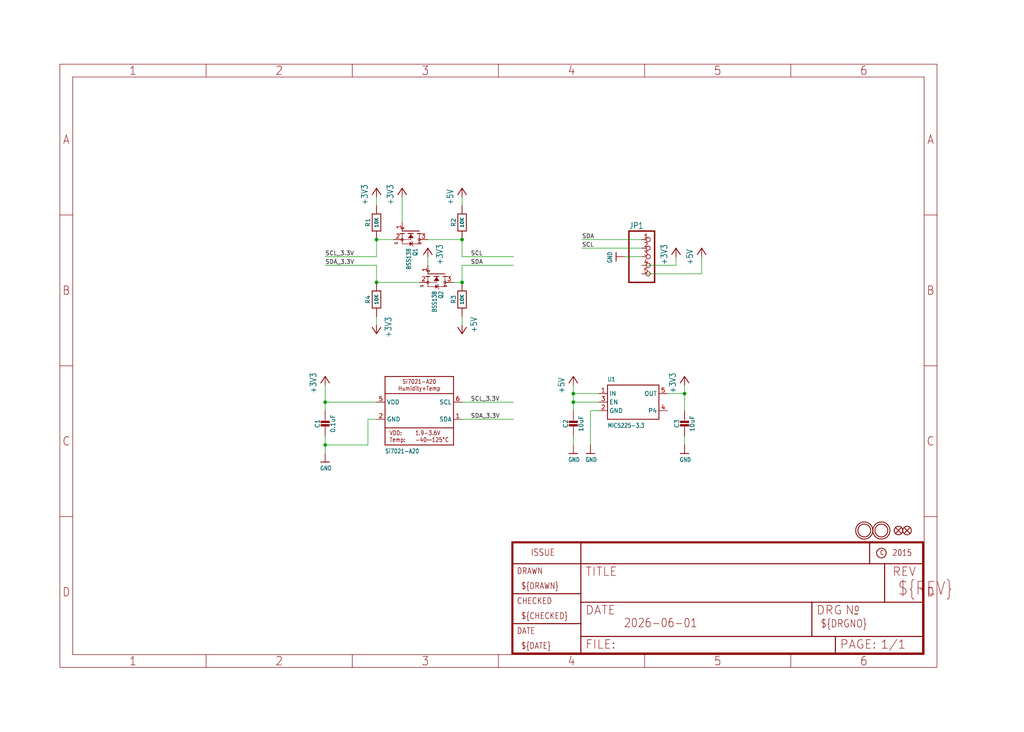
<source format=kicad_sch>
(kicad_sch (version 20230121) (generator eeschema)
  (paper "User" 303.962 217.322)
  (lib_symbols
    (symbol "working-eagle-import:+3V3" (power)
      (property "Value" "+3V3" (at -2.54 -5.08 90))
      (symbol "+3V3_1_0"
        (polyline (pts (xy 0 0) (xy -1.27 -1.905)) (stroke (width 0.254)))
        (polyline (pts (xy 1.27 -1.905) (xy 0 0)) (stroke (width 0.254)))
        (pin power_in line (at 0 -2.54 90) (length 2.54) (name "+3V3") (number "1"))
      )
    )
    (symbol "working-eagle-import:+5V" (power)
      (property "Value" "+5V" (at -2.54 -5.08 90))
      (symbol "+5V_1_0"
        (polyline (pts (xy 0 0) (xy -1.27 -1.905)) (stroke (width 0.254)))
        (polyline (pts (xy 1.27 -1.905) (xy 0 0)) (stroke (width 0.254)))
        (pin power_in line (at 0 -2.54 90) (length 2.54) (name "+5V") (number "1"))
      )
    )
    (symbol "working-eagle-import:CAP_CERAMIC0805-NOOUTLINE"
      (property "Reference" "C" (at -2.29 1.25 90))
      (symbol "CAP_CERAMIC0805-NOOUTLINE_1_0"
        (rectangle (start -1.27 0.508) (end 1.27 1.016) (fill (type outline)))
        (rectangle (start -1.27 1.524) (end 1.27 2.032) (fill (type outline)))
        (polyline (pts (xy 0 0.762) (xy 0 0)) (stroke (width 0.1524)))
        (polyline (pts (xy 0 2.54) (xy 0 1.778)) (stroke (width 0.1524)))
        (pin passive line (at 0 5.08 270) (length 2.54) (name "1") (number "1"))
        (pin passive line (at 0 -2.54 90) (length 2.54) (name "2") (number "2"))
      )
    )
    (symbol "working-eagle-import:FIDUCIAL{dblquote}{dblquote}"
      (symbol "FIDUCIAL{dblquote}{dblquote}_1_0"
        (polyline (pts (xy -0.762 0.762) (xy 0.762 -0.762)) (stroke (width 0.254)))
        (polyline (pts (xy 0.762 0.762) (xy -0.762 -0.762)) (stroke (width 0.254)))
        (circle (center 0 0) (radius 1.27) (stroke (width 0.254)))
      )
    )
    (symbol "working-eagle-import:FRAME_A4"
      (symbol "FRAME_A4_1_0"
        (polyline (pts (xy 0 44.7675) (xy 3.81 44.7675)))
        (polyline (pts (xy 0 89.535) (xy 3.81 89.535)))
        (polyline (pts (xy 0 134.3025) (xy 3.81 134.3025)))
        (polyline (pts (xy 3.81 3.81) (xy 3.81 175.26)))
        (polyline (pts (xy 43.3917 0) (xy 43.3917 3.81)))
        (polyline (pts (xy 43.3917 175.26) (xy 43.3917 179.07)))
        (polyline (pts (xy 86.7833 0) (xy 86.7833 3.81)))
        (polyline (pts (xy 86.7833 175.26) (xy 86.7833 179.07)))
        (polyline (pts (xy 130.175 0) (xy 130.175 3.81)))
        (polyline (pts (xy 130.175 175.26) (xy 130.175 179.07)))
        (polyline (pts (xy 173.5667 0) (xy 173.5667 3.81)))
        (polyline (pts (xy 173.5667 175.26) (xy 173.5667 179.07)))
        (polyline (pts (xy 216.9583 0) (xy 216.9583 3.81)))
        (polyline (pts (xy 216.9583 175.26) (xy 216.9583 179.07)))
        (polyline (pts (xy 256.54 3.81) (xy 3.81 3.81)))
        (polyline (pts (xy 256.54 3.81) (xy 256.54 8.89)) (stroke (width 0.1016)))
        (polyline (pts (xy 256.54 3.81) (xy 256.54 175.26)))
        (polyline (pts (xy 256.54 8.89) (xy 256.54 13.97)) (stroke (width 0.1016)))
        (polyline (pts (xy 256.54 13.97) (xy 256.54 19.05)) (stroke (width 0.1016)))
        (polyline (pts (xy 256.54 19.05) (xy 256.54 36.83)) (stroke (width 0.1016)))
        (polyline (pts (xy 256.54 44.7675) (xy 260.35 44.7675)))
        (polyline (pts (xy 256.54 89.535) (xy 260.35 89.535)))
        (polyline (pts (xy 256.54 134.3025) (xy 260.35 134.3025)))
        (polyline (pts (xy 256.54 175.26) (xy 3.81 175.26)))
        (polyline (pts (xy 0 0) (xy 260.35 0) (xy 260.35 179.07) (xy 0 179.07) (xy 0 0)))
        (text "1" (at 21.6958 1.905 0) (effects (font (size 2.54 2.286))))
        (text "1" (at 21.6958 177.165 0) (effects (font (size 2.54 2.286))))
        (text "2" (at 65.0875 1.905 0) (effects (font (size 2.54 2.286))))
        (text "2" (at 65.0875 177.165 0) (effects (font (size 2.54 2.286))))
        (text "3" (at 108.4792 1.905 0) (effects (font (size 2.54 2.286))))
        (text "3" (at 108.4792 177.165 0) (effects (font (size 2.54 2.286))))
        (text "4" (at 151.8708 1.905 0) (effects (font (size 2.54 2.286))))
        (text "4" (at 151.8708 177.165 0) (effects (font (size 2.54 2.286))))
        (text "5" (at 195.2625 1.905 0) (effects (font (size 2.54 2.286))))
        (text "5" (at 195.2625 177.165 0) (effects (font (size 2.54 2.286))))
        (text "6" (at 238.6542 1.905 0) (effects (font (size 2.54 2.286))))
        (text "6" (at 238.6542 177.165 0) (effects (font (size 2.54 2.286))))
        (text "A" (at 1.905 156.6863 0) (effects (font (size 2.54 2.286))))
        (text "A" (at 258.445 156.6863 0) (effects (font (size 2.54 2.286))))
        (text "B" (at 1.905 111.9188 0) (effects (font (size 2.54 2.286))))
        (text "B" (at 258.445 111.9188 0) (effects (font (size 2.54 2.286))))
        (text "C" (at 1.905 67.1513 0) (effects (font (size 2.54 2.286))))
        (text "C" (at 258.445 67.1513 0) (effects (font (size 2.54 2.286))))
        (text "D" (at 1.905 22.3838 0) (effects (font (size 2.54 2.286))))
        (text "D" (at 258.445 22.3838 0) (effects (font (size 2.54 2.286))))
      )
      (symbol "FRAME_A4_2_0"
        (polyline (pts (xy -0.3048 1.5748) (xy 20.0152 1.5748)) (stroke (width 0.6096)))
        (polyline (pts (xy -0.3048 10.4648) (xy -0.3048 1.5748)) (stroke (width 0.6096)))
        (polyline (pts (xy -0.3048 10.4648) (xy 20.0152 10.4648)) (stroke (width 0.3048)))
        (polyline (pts (xy -0.3048 19.3548) (xy -0.3048 10.4648)) (stroke (width 0.6096)))
        (polyline (pts (xy -0.3048 19.3548) (xy 20.0152 19.3548)) (stroke (width 0.3048)))
        (polyline (pts (xy -0.3048 28.2448) (xy -0.3048 19.3548)) (stroke (width 0.6096)))
        (polyline (pts (xy -0.3048 28.2448) (xy 20.0152 28.2448)) (stroke (width 0.3048)))
        (polyline (pts (xy -0.3048 34.5948) (xy -0.3048 28.2448)) (stroke (width 0.6096)))
        (polyline (pts (xy 20.0152 1.5748) (xy 20.0152 6.6548)) (stroke (width 0.3048)))
        (polyline (pts (xy 20.0152 1.5748) (xy 95.5802 1.5748)) (stroke (width 0.6096)))
        (polyline (pts (xy 20.0152 6.6548) (xy 20.0152 10.4648)) (stroke (width 0.3048)))
        (polyline (pts (xy 20.0152 6.6548) (xy 88.5952 6.6548)) (stroke (width 0.3048)))
        (polyline (pts (xy 20.0152 10.4648) (xy 20.0152 16.8148)) (stroke (width 0.3048)))
        (polyline (pts (xy 20.0152 16.8148) (xy 20.0152 19.3548)) (stroke (width 0.3048)))
        (polyline (pts (xy 20.0152 19.3548) (xy 20.0152 28.2448)) (stroke (width 0.3048)))
        (polyline (pts (xy 20.0152 28.2448) (xy 20.0152 34.5948)) (stroke (width 0.3048)))
        (polyline (pts (xy 20.0152 28.2448) (xy 105.7402 28.2448)) (stroke (width 0.3048)))
        (polyline (pts (xy 20.0152 34.5948) (xy -0.3048 34.5948)) (stroke (width 0.6096)))
        (polyline (pts (xy 88.5952 6.6548) (xy 95.5802 6.6548)) (stroke (width 0.3048)))
        (polyline (pts (xy 88.5952 16.8148) (xy 20.0152 16.8148)) (stroke (width 0.3048)))
        (polyline (pts (xy 88.5952 16.8148) (xy 88.5952 6.6548)) (stroke (width 0.3048)))
        (polyline (pts (xy 95.5802 1.5748) (xy 121.6152 1.5748)) (stroke (width 0.6096)))
        (polyline (pts (xy 95.5802 6.6548) (xy 95.5802 1.5748)) (stroke (width 0.3048)))
        (polyline (pts (xy 95.5802 6.6548) (xy 121.6152 6.6548)) (stroke (width 0.3048)))
        (polyline (pts (xy 101.2952 13.3223) (xy 102.2477 13.3223)) (stroke (width 0.254)))
        (polyline (pts (xy 105.7402 28.2448) (xy 105.7402 34.5948)) (stroke (width 0.3048)))
        (polyline (pts (xy 105.7402 28.2448) (xy 110.1852 28.2448)) (stroke (width 0.3048)))
        (polyline (pts (xy 105.7402 34.5948) (xy 20.0152 34.5948)) (stroke (width 0.6096)))
        (polyline (pts (xy 110.1852 16.8148) (xy 88.5952 16.8148)) (stroke (width 0.3048)))
        (polyline (pts (xy 110.1852 28.2448) (xy 110.1852 16.8148)) (stroke (width 0.3048)))
        (polyline (pts (xy 110.1852 28.2448) (xy 121.6152 28.2448)) (stroke (width 0.3048)))
        (polyline (pts (xy 121.6152 6.6548) (xy 121.6152 1.5748)) (stroke (width 0.6096)))
        (polyline (pts (xy 121.6152 16.8148) (xy 110.1852 16.8148)) (stroke (width 0.3048)))
        (polyline (pts (xy 121.6152 16.8148) (xy 121.6152 6.6548)) (stroke (width 0.6096)))
        (polyline (pts (xy 121.6152 28.2448) (xy 121.6152 16.8148)) (stroke (width 0.6096)))
        (polyline (pts (xy 121.6152 34.5948) (xy 105.7402 34.5948)) (stroke (width 0.6096)))
        (polyline (pts (xy 121.6152 34.5948) (xy 121.6152 28.2448)) (stroke (width 0.6096)))
        (circle (center 109.2327 31.4198) (radius 1.4199) (stroke (width 0.254)))
        (text "${#}/${##}" (at 108.9152 2.8448 0) (effects (font (size 2.54 2.54)) (justify left bottom)))
        (text "${CHECKED}" (at 2.2352 11.7348 0) (effects (font (size 1.778 1.5113)) (justify left bottom)))
        (text "${COMPANY}" (at 23.349 29.6735 0) (effects (font (size 3.175 2.6987) (thickness 0.5397) bold) (justify left bottom)))
        (text "${CURRENT_DATE}" (at 32.7152 9.1948 0) (effects (font (size 2.54 2.159)) (justify left bottom)))
        (text "${DATE}" (at 2.2352 2.8448 0) (effects (font (size 1.778 1.5113)) (justify left bottom)))
        (text "${DRAWN}" (at 2.2352 20.6248 0) (effects (font (size 1.778 1.5113)) (justify left bottom)))
        (text "${DRGNO}" (at 91.1352 9.1948 0) (effects (font (size 2.1844 1.8567)) (justify left bottom)))
        (text "${PROJECTNAME}" (at 33.0327 2.8448 0) (effects (font (size 2.54 2.159)) (justify left bottom)))
        (text "${REV}" (at 113.9952 18.7198 0) (effects (font (size 3.81 3.2385)) (justify left bottom)))
        (text "2015" (at 112.4077 30.4673 0) (effects (font (size 1.778 1.5113)) (justify left bottom)))
        (text "C" (at 108.7564 30.7848 0) (effects (font (size 1.27 1.0795)) (justify left bottom)))
        (text "CHECKED" (at 0.9652 16.1798 0) (effects (font (size 1.778 1.5113)) (justify left bottom)))
        (text "DATE" (at 0.9652 7.2898 0) (effects (font (size 1.778 1.5113)) (justify left bottom)))
        (text "DATE" (at 21.2852 13.0048 0) (effects (font (size 2.54 2.54)) (justify left bottom)))
        (text "DRAWN" (at 0.9652 25.0698 0) (effects (font (size 1.778 1.5113)) (justify left bottom)))
        (text "DRG" (at 89.8652 13.0048 0) (effects (font (size 2.54 2.54)) (justify left bottom)))
        (text "FILE:" (at 21.2852 2.8448 0) (effects (font (size 2.54 2.54)) (justify left bottom)))
        (text "ISSUE" (at 5.0927 30.4673 0) (effects (font (size 1.9304 1.6408)) (justify left bottom)))
        (text "N" (at 98.4377 13.0048 0) (effects (font (size 2.54 2.54)) (justify left bottom)))
        (text "o" (at 100.9777 13.9573 0) (effects (font (size 2.1844 1.8567)) (justify left bottom)))
        (text "PAGE:" (at 96.8502 2.8448 0) (effects (font (size 2.54 2.54)) (justify left bottom)))
        (text "REV" (at 112.4077 24.4348 0) (effects (font (size 2.54 2.54)) (justify left bottom)))
        (text "TITLE" (at 21.2852 24.4348 0) (effects (font (size 2.54 2.54)) (justify left bottom)))
      )
    )
    (symbol "working-eagle-import:GND" (power)
      (property "Value" "GND" (at -1.524 -2.54 0))
      (symbol "GND_1_0"
        (polyline (pts (xy -1.27 0) (xy 1.27 0)) (stroke (width 0.254)))
        (pin power_in line (at 0 2.54 270) (length 2.54) (name "GND") (number "1"))
      )
    )
    (symbol "working-eagle-import:HEADER-1X570MIL"
      (property "Reference" "JP" (at -6.35 8.255 0))
      (symbol "HEADER-1X570MIL_1_0"
        (polyline (pts (xy -6.35 -7.62) (xy 1.27 -7.62)) (stroke (width 0.4064)))
        (polyline (pts (xy -6.35 7.62) (xy -6.35 -7.62)) (stroke (width 0.4064)))
        (polyline (pts (xy 1.27 -7.62) (xy 1.27 7.62)) (stroke (width 0.4064)))
        (polyline (pts (xy 1.27 7.62) (xy -6.35 7.62)) (stroke (width 0.4064)))
        (pin passive inverted (at -2.54 5.08 0) (length 2.54) (name "1") (number "1"))
        (pin passive inverted (at -2.54 2.54 0) (length 2.54) (name "2") (number "2"))
        (pin passive inverted (at -2.54 0 0) (length 2.54) (name "3") (number "3"))
        (pin passive inverted (at -2.54 -2.54 0) (length 2.54) (name "4") (number "4"))
        (pin passive inverted (at -2.54 -5.08 0) (length 2.54) (name "5") (number "5"))
      )
    )
    (symbol "working-eagle-import:MOSFET-NWIDE"
      (property "Reference" "Q" (at 5.08 0.635 0))
      (symbol "MOSFET-NWIDE_1_0"
        (polyline (pts (xy 0 2.54) (xy 0 -2.54)) (stroke (width 0.254)))
        (polyline (pts (xy 0.762 -2.54) (xy 0.762 -3.175)) (stroke (width 0.254)))
        (polyline (pts (xy 0.762 -1.905) (xy 0.762 -2.54)) (stroke (width 0.254)))
        (polyline (pts (xy 0.762 0) (xy 0.762 -0.762)) (stroke (width 0.254)))
        (polyline (pts (xy 0.762 0) (xy 2.54 0)) (stroke (width 0.1524)))
        (polyline (pts (xy 0.762 0.762) (xy 0.762 0)) (stroke (width 0.254)))
        (polyline (pts (xy 0.762 2.54) (xy 0.762 1.905)) (stroke (width 0.254)))
        (polyline (pts (xy 0.762 2.54) (xy 3.81 2.54)) (stroke (width 0.1524)))
        (polyline (pts (xy 0.762 3.175) (xy 0.762 2.54)) (stroke (width 0.254)))
        (polyline (pts (xy 2.54 -2.54) (xy 0.762 -2.54)) (stroke (width 0.1524)))
        (polyline (pts (xy 2.54 -2.54) (xy 3.81 -2.54)) (stroke (width 0.1524)))
        (polyline (pts (xy 2.54 0) (xy 2.54 -2.54)) (stroke (width 0.1524)))
        (polyline (pts (xy 3.302 0.508) (xy 3.048 0.254)) (stroke (width 0.1524)))
        (polyline (pts (xy 3.81 0.508) (xy 3.302 0.508)) (stroke (width 0.1524)))
        (polyline (pts (xy 3.81 0.508) (xy 3.81 -2.54)) (stroke (width 0.1524)))
        (polyline (pts (xy 3.81 2.54) (xy 3.81 0.508)) (stroke (width 0.1524)))
        (polyline (pts (xy 4.318 0.508) (xy 3.81 0.508)) (stroke (width 0.1524)))
        (polyline (pts (xy 4.572 0.762) (xy 4.318 0.508)) (stroke (width 0.1524)))
        (polyline (pts (xy 1.016 0) (xy 2.032 0.762) (xy 2.032 -0.762)) (stroke (width 0.1524)) (fill (type outline)))
        (polyline (pts (xy 3.81 0.508) (xy 3.302 -0.254) (xy 4.318 -0.254)) (stroke (width 0.1524)) (fill (type outline)))
        (circle (center 2.54 -2.54) (radius 0.3592))
        (circle (center 2.54 2.54) (radius 0.3592))
        (text "D" (at 3.175 3.175 0) (effects (font (size 0.8128 0.6908)) (justify left bottom)))
        (text "G" (at -1.27 -1.905 0) (effects (font (size 0.8128 0.6908)) (justify left bottom)))
        (text "S" (at 3.175 -3.81 0) (effects (font (size 0.8128 0.6908)) (justify left bottom)))
        (pin bidirectional line (at -2.54 -2.54 0) (length 2.54) (name "G") (number "1"))
        (pin bidirectional line (at 2.54 -5.08 90) (length 2.54) (name "S") (number "2"))
        (pin bidirectional line (at 2.54 5.08 270) (length 2.54) (name "D") (number "3"))
      )
    )
    (symbol "working-eagle-import:MOUNTINGHOLE2.5"
      (symbol "MOUNTINGHOLE2.5_1_0"
        (circle (center 0 0) (radius 1.905) (stroke (width 0.254)))
        (circle (center 0 0) (radius 2.54) (stroke (width 0.254)))
      )
    )
    (symbol "working-eagle-import:RESISTOR0805_NOOUTLINE"
      (property "Reference" "R" (at 0 2.54 0))
      (symbol "RESISTOR0805_NOOUTLINE_1_0"
        (polyline (pts (xy -2.54 -1.27) (xy -2.54 1.27)) (stroke (width 0.254)))
        (polyline (pts (xy -2.54 1.27) (xy 2.54 1.27)) (stroke (width 0.254)))
        (polyline (pts (xy 2.54 -1.27) (xy -2.54 -1.27)) (stroke (width 0.254)))
        (polyline (pts (xy 2.54 1.27) (xy 2.54 -1.27)) (stroke (width 0.254)))
        (pin passive line (at -5.08 0 0) (length 2.54) (name "1") (number "1"))
        (pin passive line (at 5.08 0 180) (length 2.54) (name "2") (number "2"))
      )
    )
    (symbol "working-eagle-import:SI7021-A20"
      (symbol "SI7021-A20_1_0"
        (polyline (pts (xy -10.16 -10.16) (xy 10.16 -10.16)) (stroke (width 0.254)))
        (polyline (pts (xy -10.16 -5.08) (xy -10.16 -10.16)) (stroke (width 0.254)))
        (polyline (pts (xy -10.16 -5.08) (xy -10.16 5.08)) (stroke (width 0.254)))
        (polyline (pts (xy -10.16 5.08) (xy -10.16 10.16)) (stroke (width 0.254)))
        (polyline (pts (xy -10.16 5.08) (xy 10.16 5.08)) (stroke (width 0.254)))
        (polyline (pts (xy -10.16 10.16) (xy 10.16 10.16)) (stroke (width 0.254)))
        (polyline (pts (xy 10.16 -10.16) (xy 10.16 -5.08)) (stroke (width 0.254)))
        (polyline (pts (xy 10.16 -5.08) (xy -10.16 -5.08)) (stroke (width 0.254)))
        (polyline (pts (xy 10.16 5.08) (xy 10.16 -5.08)) (stroke (width 0.254)))
        (polyline (pts (xy 10.16 10.16) (xy 10.16 5.08)) (stroke (width 0.254)))
        (text "1.9-3.6V\n-40~~125°C" (at -1.27 -7.62 0) (effects (font (size 1.27 1.0795)) (justify left)))
        (text "Si7021-A20\nHumidity+Temp" (at 0 7.62 0) (effects (font (size 1.27 1.0795))))
        (text "VDD:\nTemp:" (at -8.89 -7.62 0) (effects (font (size 1.27 1.0795)) (justify left)))
        (pin open_collector line (at 12.7 -2.54 180) (length 2.54) (name "SDA") (number "1"))
        (pin power_in line (at -12.7 -2.54 0) (length 2.54) (name "GND") (number "2"))
        (pin power_in line (at -12.7 2.54 0) (length 2.54) (name "VDD") (number "5"))
        (pin open_collector line (at 12.7 2.54 180) (length 2.54) (name "SCL") (number "6"))
      )
    )
    (symbol "working-eagle-import:VREG_SOT23-5"
      (property "Reference" "U" (at -7.62 6.096 0))
      (symbol "VREG_SOT23-5_1_0"
        (polyline (pts (xy -7.62 -5.08) (xy -7.62 5.08)) (stroke (width 0.254)))
        (polyline (pts (xy -7.62 5.08) (xy 7.62 5.08)) (stroke (width 0.254)))
        (polyline (pts (xy 7.62 -5.08) (xy -7.62 -5.08)) (stroke (width 0.254)))
        (polyline (pts (xy 7.62 5.08) (xy 7.62 -5.08)) (stroke (width 0.254)))
        (pin power_in line (at -10.16 2.54 0) (length 2.54) (name "IN") (number "1"))
        (pin power_in line (at -10.16 -2.54 0) (length 2.54) (name "GND") (number "2"))
        (pin input line (at -10.16 0 0) (length 2.54) (name "EN") (number "3"))
        (pin bidirectional line (at 10.16 -2.54 180) (length 2.54) (name "P4") (number "4"))
        (pin power_in line (at 10.16 2.54 180) (length 2.54) (name "OUT") (number "5"))
      )
    )
  )
  (junction (at 170.18 119.38))
  (junction (at 111.76 71.12))
  (junction (at 111.76 83.82))
  (junction (at 203.2 116.84))
  (junction (at 170.18 116.84))
  (junction (at 137.16 71.12))
  (junction (at 96.52 132.08))
  (junction (at 96.52 119.38))
  (junction (at 137.16 83.82))
  (wire (pts (xy 96.52 129.54) (xy 96.52 132.08)) (stroke (width 0.1524)))
  (wire (pts (xy 200.66 78.74) (xy 200.66 76.2)) (stroke (width 0.1524)))
  (wire (pts (xy 177.8 119.38) (xy 170.18 119.38)) (stroke (width 0.1524)))
  (wire (pts (xy 198.12 116.84) (xy 203.2 116.84)) (stroke (width 0.1524)))
  (wire (pts (xy 137.16 96.52) (xy 137.16 93.98)) (stroke (width 0.1524)))
  (wire (pts (xy 190.5 73.66) (xy 172.72 73.66)) (stroke (width 0.1524)))
  (wire (pts (xy 170.18 119.38) (xy 170.18 116.84)) (stroke (width 0.1524)))
  (wire (pts (xy 137.16 83.82) (xy 137.16 78.74)) (stroke (width 0.1524)))
  (wire (pts (xy 208.28 81.28) (xy 208.28 76.2)) (stroke (width 0.1524)))
  (wire (pts (xy 109.22 124.46) (xy 111.76 124.46)) (stroke (width 0.1524)))
  (wire (pts (xy 177.8 121.92) (xy 175.26 121.92)) (stroke (width 0.1524)))
  (wire (pts (xy 177.8 116.84) (xy 170.18 116.84)) (stroke (width 0.1524)))
  (wire (pts (xy 96.52 119.38) (xy 111.76 119.38)) (stroke (width 0.1524)))
  (wire (pts (xy 170.18 129.54) (xy 170.18 132.08)) (stroke (width 0.1524)))
  (wire (pts (xy 111.76 76.2) (xy 111.76 71.12)) (stroke (width 0.1524)))
  (wire (pts (xy 119.38 66.04) (xy 119.38 58.42)) (stroke (width 0.1524)))
  (wire (pts (xy 127 76.2) (xy 127 78.74)) (stroke (width 0.1524)))
  (wire (pts (xy 203.2 121.92) (xy 203.2 116.84)) (stroke (width 0.1524)))
  (wire (pts (xy 152.4 119.38) (xy 137.16 119.38)) (stroke (width 0.1524)))
  (wire (pts (xy 175.26 121.92) (xy 175.26 132.08)) (stroke (width 0.1524)))
  (wire (pts (xy 137.16 124.46) (xy 152.4 124.46)) (stroke (width 0.1524)))
  (wire (pts (xy 127 71.12) (xy 137.16 71.12)) (stroke (width 0.1524)))
  (wire (pts (xy 203.2 129.54) (xy 203.2 132.08)) (stroke (width 0.1524)))
  (wire (pts (xy 170.18 116.84) (xy 170.18 114.3)) (stroke (width 0.1524)))
  (wire (pts (xy 137.16 83.82) (xy 134.62 83.82)) (stroke (width 0.1524)))
  (wire (pts (xy 137.16 58.42) (xy 137.16 60.96)) (stroke (width 0.1524)))
  (wire (pts (xy 203.2 116.84) (xy 203.2 114.3)) (stroke (width 0.1524)))
  (wire (pts (xy 190.5 81.28) (xy 208.28 81.28)) (stroke (width 0.1524)))
  (wire (pts (xy 137.16 78.74) (xy 152.4 78.74)) (stroke (width 0.1524)))
  (wire (pts (xy 109.22 132.08) (xy 109.22 124.46)) (stroke (width 0.1524)))
  (wire (pts (xy 96.52 78.74) (xy 111.76 78.74)) (stroke (width 0.1524)))
  (wire (pts (xy 172.72 71.12) (xy 190.5 71.12)) (stroke (width 0.1524)))
  (wire (pts (xy 111.76 76.2) (xy 96.52 76.2)) (stroke (width 0.1524)))
  (wire (pts (xy 96.52 114.3) (xy 96.52 119.38)) (stroke (width 0.1524)))
  (wire (pts (xy 190.5 76.2) (xy 185.42 76.2)) (stroke (width 0.1524)))
  (wire (pts (xy 170.18 119.38) (xy 170.18 121.92)) (stroke (width 0.1524)))
  (wire (pts (xy 111.76 71.12) (xy 116.84 71.12)) (stroke (width 0.1524)))
  (wire (pts (xy 111.76 96.52) (xy 111.76 93.98)) (stroke (width 0.1524)))
  (wire (pts (xy 96.52 132.08) (xy 109.22 132.08)) (stroke (width 0.1524)))
  (wire (pts (xy 190.5 78.74) (xy 200.66 78.74)) (stroke (width 0.1524)))
  (wire (pts (xy 111.76 58.42) (xy 111.76 60.96)) (stroke (width 0.1524)))
  (wire (pts (xy 96.52 121.92) (xy 96.52 119.38)) (stroke (width 0.1524)))
  (wire (pts (xy 96.52 132.08) (xy 96.52 134.62)) (stroke (width 0.1524)))
  (wire (pts (xy 137.16 76.2) (xy 152.4 76.2)) (stroke (width 0.1524)))
  (wire (pts (xy 124.46 83.82) (xy 111.76 83.82)) (stroke (width 0.1524)))
  (wire (pts (xy 111.76 83.82) (xy 111.76 78.74)) (stroke (width 0.1524)))
  (wire (pts (xy 137.16 71.12) (xy 137.16 76.2)) (stroke (width 0.1524)))
  (label "SDA" (at 139.7 78.74 0) (effects (font (size 1.2446 1.2446))))
  (label "SDA_3.3V" (at 139.7 124.46 0) (effects (font (size 1.2446 1.2446))))
  (label "SCL" (at 139.7 76.2 0) (effects (font (size 1.2446 1.2446))))
  (label "SCL" (at 172.72 73.66 0) (effects (font (size 1.2446 1.2446))))
  (label "SCL_3.3V" (at 139.7 119.38 0) (effects (font (size 1.2446 1.2446))))
  (label "SDA" (at 172.72 71.12 0) (effects (font (size 1.2446 1.2446))))
  (label "SDA_3.3V" (at 96.52 78.74 0) (effects (font (size 1.2446 1.2446))))
  (label "SCL_3.3V" (at 96.52 76.2 0) (effects (font (size 1.2446 1.2446))))
  (symbol (lib_id "working-eagle-import:FRAME_A4") (at 152.4 195.58 0) (unit 2)
    (property "Reference" "#FRAME1" (effects hide))
    (property "Value" "FRAME_A4" (effects hide))
  )
  (symbol (lib_id "working-eagle-import:+5V") (at 137.16 55.88 0) (unit 1)
    (property "Reference" "#P+1" (effects hide))
    (property "Value" "+5V" (at 134.62 60.96 90) (effects (font (size 1.778 1.5113)) (justify left bottom)))
  )
  (symbol (lib_id "working-eagle-import:FIDUCIAL{dblquote}{dblquote}") (at 269.24 157.48 0) (unit 1)
    (property "Reference" "FID1" (effects hide))
    (property "Value" "FIDUCIAL{dblquote}{dblquote}" (effects hide))
    (property "Footprint" "working:FIDUCIAL_1MM" (effects hide))
  )
  (symbol (lib_id "working-eagle-import:FIDUCIAL{dblquote}{dblquote}") (at 266.7 157.48 0) (unit 1)
    (property "Reference" "FID2" (effects hide))
    (property "Value" "FIDUCIAL{dblquote}{dblquote}" (effects hide))
    (property "Footprint" "working:FIDUCIAL_1MM" (effects hide))
  )
  (symbol (lib_id "working-eagle-import:+3V3") (at 200.66 73.66 0) (unit 1)
    (property "Reference" "#+3V7" (effects hide))
    (property "Value" "+3V3" (at 198.12 78.74 90) (effects (font (size 1.778 1.5113)) (justify left bottom)))
  )
  (symbol (lib_id "working-eagle-import:MOSFET-NWIDE") (at 129.54 81.28 270) (unit 1)
    (property "Reference" "Q2" (at 130.175 86.36 0) (effects (font (size 1.27 1.0795)) (justify left bottom)))
    (property "Value" "BSS138" (at 128.27 86.36 0) (effects (font (size 1.27 1.0795)) (justify left bottom)))
    (property "Footprint" "working:SOT23-WIDE" (effects hide))
  )
  (symbol (lib_id "working-eagle-import:+3V3") (at 127 73.66 0) (mirror y) (unit 1)
    (property "Reference" "#+3V3" (effects hide))
    (property "Value" "+3V3" (at 129.54 78.74 90) (effects (font (size 1.778 1.5113)) (justify left bottom)))
  )
  (symbol (lib_id "working-eagle-import:+3V3") (at 111.76 55.88 0) (unit 1)
    (property "Reference" "#+3V4" (effects hide))
    (property "Value" "+3V3" (at 109.22 60.96 90) (effects (font (size 1.778 1.5113)) (justify left bottom)))
  )
  (symbol (lib_id "working-eagle-import:+3V3") (at 203.2 111.76 0) (unit 1)
    (property "Reference" "#+3V6" (effects hide))
    (property "Value" "+3V3" (at 200.66 116.84 90) (effects (font (size 1.778 1.5113)) (justify left bottom)))
  )
  (symbol (lib_id "working-eagle-import:VREG_SOT23-5") (at 187.96 119.38 0) (unit 1)
    (property "Reference" "U1" (at 180.34 113.284 0) (effects (font (size 1.27 1.0795)) (justify left bottom)))
    (property "Value" "MIC5225-3.3" (at 180.34 127 0) (effects (font (size 1.27 1.0795)) (justify left bottom)))
    (property "Footprint" "working:SOT23-5" (effects hide))
  )
  (symbol (lib_id "working-eagle-import:CAP_CERAMIC0805-NOOUTLINE") (at 96.52 127 0) (unit 1)
    (property "Reference" "C1" (at 94.23 125.75 90))
    (property "Value" "0.1uF" (at 98.82 125.75 90))
    (property "Footprint" "working:0805-NO" (effects hide))
  )
  (symbol (lib_id "working-eagle-import:GND") (at 175.26 134.62 0) (unit 1)
    (property "Reference" "#U$5" (effects hide))
    (property "Value" "GND" (at 173.736 137.16 0) (effects (font (size 1.27 1.0795)) (justify left bottom)))
  )
  (symbol (lib_id "working-eagle-import:MOUNTINGHOLE2.5") (at 261.62 157.48 0) (unit 1)
    (property "Reference" "U$6" (effects hide))
    (property "Value" "MOUNTINGHOLE2.5" (effects hide))
    (property "Footprint" "working:MOUNTINGHOLE_2.5_PLATED" (effects hide))
  )
  (symbol (lib_id "working-eagle-import:CAP_CERAMIC0805-NOOUTLINE") (at 170.18 127 0) (unit 1)
    (property "Reference" "C2" (at 167.89 125.75 90))
    (property "Value" "10uF" (at 172.48 125.75 90))
    (property "Footprint" "working:0805-NO" (effects hide))
  )
  (symbol (lib_id "working-eagle-import:RESISTOR0805_NOOUTLINE") (at 137.16 88.9 90) (unit 1)
    (property "Reference" "R3" (at 134.62 88.9 0))
    (property "Value" "10K" (at 137.16 88.9 0) (effects (font (size 1.016 1.016) bold)))
    (property "Footprint" "working:0805-NO" (effects hide))
  )
  (symbol (lib_id "working-eagle-import:+3V3") (at 111.76 99.06 180) (unit 1)
    (property "Reference" "#+3V5" (effects hide))
    (property "Value" "+3V3" (at 114.3 93.98 90) (effects (font (size 1.778 1.5113)) (justify left bottom)))
  )
  (symbol (lib_id "working-eagle-import:+5V") (at 208.28 73.66 0) (unit 1)
    (property "Reference" "#P+4" (effects hide))
    (property "Value" "+5V" (at 205.74 78.74 90) (effects (font (size 1.778 1.5113)) (justify left bottom)))
  )
  (symbol (lib_id "working-eagle-import:GND") (at 96.52 137.16 0) (unit 1)
    (property "Reference" "#U$2" (effects hide))
    (property "Value" "GND" (at 94.996 139.7 0) (effects (font (size 1.27 1.0795)) (justify left bottom)))
  )
  (symbol (lib_id "working-eagle-import:+3V3") (at 119.38 55.88 0) (unit 1)
    (property "Reference" "#+3V2" (effects hide))
    (property "Value" "+3V3" (at 116.84 60.96 90) (effects (font (size 1.778 1.5113)) (justify left bottom)))
  )
  (symbol (lib_id "working-eagle-import:+5V") (at 137.16 99.06 180) (unit 1)
    (property "Reference" "#P+3" (effects hide))
    (property "Value" "+5V" (at 139.7 93.98 90) (effects (font (size 1.778 1.5113)) (justify left bottom)))
  )
  (symbol (lib_id "working-eagle-import:RESISTOR0805_NOOUTLINE") (at 111.76 66.04 90) (unit 1)
    (property "Reference" "R1" (at 109.22 66.04 0))
    (property "Value" "10K" (at 111.76 66.04 0) (effects (font (size 1.016 1.016) bold)))
    (property "Footprint" "working:0805-NO" (effects hide))
  )
  (symbol (lib_id "working-eagle-import:SI7021-A20") (at 124.46 121.92 0) (unit 1)
    (property "Reference" "U2" (effects hide))
    (property "Value" "Si7021-A20" (at 114.3 134.62 0) (effects (font (size 1.27 1.0795)) (justify left bottom)))
    (property "Footprint" "working:DFN6_3X3_SI" (effects hide))
  )
  (symbol (lib_id "working-eagle-import:MOUNTINGHOLE2.5") (at 256.54 157.48 0) (unit 1)
    (property "Reference" "U$7" (effects hide))
    (property "Value" "MOUNTINGHOLE2.5" (effects hide))
    (property "Footprint" "working:MOUNTINGHOLE_2.5_PLATED" (effects hide))
  )
  (symbol (lib_id "working-eagle-import:CAP_CERAMIC0805-NOOUTLINE") (at 203.2 127 0) (unit 1)
    (property "Reference" "C3" (at 200.91 125.75 90))
    (property "Value" "10uF" (at 205.5 125.75 90))
    (property "Footprint" "working:0805-NO" (effects hide))
  )
  (symbol (lib_id "working-eagle-import:GND") (at 182.88 76.2 270) (unit 1)
    (property "Reference" "#U$8" (effects hide))
    (property "Value" "GND" (at 180.34 74.676 0) (effects (font (size 1.27 1.0795)) (justify left bottom)))
  )
  (symbol (lib_id "working-eagle-import:HEADER-1X570MIL") (at 193.04 76.2 0) (unit 1)
    (property "Reference" "JP1" (at 186.69 67.945 0) (effects (font (size 1.778 1.5113)) (justify left bottom)))
    (property "Value" "HEADER-1X570MIL" (effects hide))
    (property "Footprint" "working:1X05_ROUND_70" (effects hide))
  )
  (symbol (lib_id "working-eagle-import:GND") (at 203.2 134.62 0) (unit 1)
    (property "Reference" "#U$4" (effects hide))
    (property "Value" "GND" (at 201.676 137.16 0) (effects (font (size 1.27 1.0795)) (justify left bottom)))
  )
  (symbol (lib_id "working-eagle-import:MOSFET-NWIDE") (at 121.92 68.58 270) (unit 1)
    (property "Reference" "Q1" (at 122.555 73.66 0) (effects (font (size 1.27 1.0795)) (justify left bottom)))
    (property "Value" "BSS138" (at 120.65 73.66 0) (effects (font (size 1.27 1.0795)) (justify left bottom)))
    (property "Footprint" "working:SOT23-WIDE" (effects hide))
  )
  (symbol (lib_id "working-eagle-import:RESISTOR0805_NOOUTLINE") (at 137.16 66.04 90) (unit 1)
    (property "Reference" "R2" (at 134.62 66.04 0))
    (property "Value" "10K" (at 137.16 66.04 0) (effects (font (size 1.016 1.016) bold)))
    (property "Footprint" "working:0805-NO" (effects hide))
  )
  (symbol (lib_id "working-eagle-import:FRAME_A4") (at 17.78 198.12 0) (unit 1)
    (property "Reference" "#FRAME1" (effects hide))
    (property "Value" "FRAME_A4" (effects hide))
  )
  (symbol (lib_id "working-eagle-import:+3V3") (at 96.52 111.76 0) (unit 1)
    (property "Reference" "#+3V1" (effects hide))
    (property "Value" "+3V3" (at 93.98 116.84 90) (effects (font (size 1.778 1.5113)) (justify left bottom)))
  )
  (symbol (lib_id "working-eagle-import:RESISTOR0805_NOOUTLINE") (at 111.76 88.9 90) (unit 1)
    (property "Reference" "R4" (at 109.22 88.9 0))
    (property "Value" "10K" (at 111.76 88.9 0) (effects (font (size 1.016 1.016) bold)))
    (property "Footprint" "working:0805-NO" (effects hide))
  )
  (symbol (lib_id "working-eagle-import:+5V") (at 170.18 111.76 0) (unit 1)
    (property "Reference" "#P+2" (effects hide))
    (property "Value" "+5V" (at 167.64 116.84 90) (effects (font (size 1.778 1.5113)) (justify left bottom)))
  )
  (symbol (lib_id "working-eagle-import:GND") (at 170.18 134.62 0) (unit 1)
    (property "Reference" "#U$3" (effects hide))
    (property "Value" "GND" (at 168.656 137.16 0) (effects (font (size 1.27 1.0795)) (justify left bottom)))
  )
)
</source>
